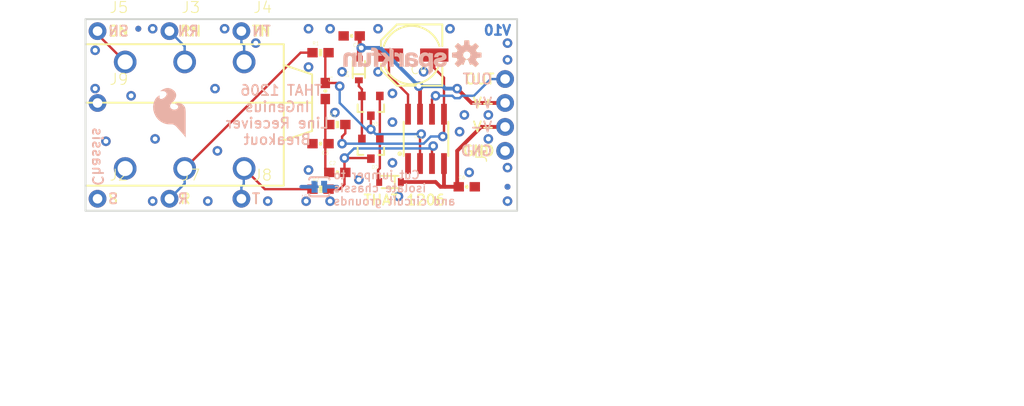
<source format=kicad_pcb>
(kicad_pcb (version 20211014) (generator pcbnew)
  (layers (0 "F.Cu" signal) (31 "B.Cu" signal) (34 "B.Paste" user) (35 "F.Paste" user) (36 "B.SilkS" user "B.Silkscreen") (37 "F.SilkS" user "F.Silkscreen") (38 "B.Mask" user) (39 "F.Mask" user) (44 "Edge.Cuts" user))
  (net 0 "")
  (net 1 "VNEG")
  (net 2 "GND")
  (net 3 "VCC")
  (net 4 "N$1")
  (net 5 "N$2")
  (net 6 "N$3")
  (net 7 "N$4")
  (net 8 "N$5")
  (net 9 "N$6")
  (net 10 "GND-ISO")
  (net 11 "RCV")
  (net 12 "N$7")
  (net 13 "N$12")
  (net 14 "N$15")
  (net 15 "N$8")
  (net 16 "N$9")
  (net 17 "N$10")
  (footprint "boardEagle:1X01_NO_SILK" (layer "F.Cu") (at 134.5311 96.1136)
    (fp_text reference "J3" (at 1.1938 -1.8288) (layer "F.SilkS") (effects (font (size 1.1684 1.1684) (thickness 0.1016)) (justify left bottom)))
    (fp_text value "RN")
    (pad "1" thru_hole circle (at 0 0 90) (size 1.8796 1.8796) (drill 1.016) (layers *.Cu *.Mask) (net 17 "N$10"))
  )
  (footprint "boardEagle:MICRO-FIDUCIAL" (layer "F.Cu") (at 170.3451 112.6236)
    (fp_text reference "FD4" hide)
    (fp_text value "FIDUCIALUFIDUCIAL" hide)
    (pad "1" smd roundrect (at 0 0) (size 0.635 0.635) (layers "F.Cu" "F.Mask") (roundrect_rratio 0.5))
  )
  (footprint "boardEagle:1X01_NO_SILK" (layer "F.Cu") (at 134.5311 113.8936)
    (fp_text reference "J7" (at 1.1938 -1.8288) (layer "F.SilkS") (effects (font (size 1.1684 1.1684) (thickness 0.1016)) (justify left bottom)))
    (fp_text value "R")
    (pad "1" thru_hole circle (at 0 0 90) (size 1.8796 1.8796) (drill 1.016) (layers *.Cu *.Mask) (net 4 "N$1"))
  )
  (footprint "boardEagle:0603-CAP" (layer "F.Cu") (at 150.5331 108.0516 180)
    (fp_text reference "C3" (at -0.889 -0.762 180) (layer "F.SilkS") (effects (font (size 0.373888 0.373888) (thickness 0.032512)) (justify right top)))
    (fp_text value "100pF")
    (pad "1" smd rect (at -0.85 0 180) (size 1.1 1) (layers "F.Cu" "F.Paste" "F.Mask") (net 8 "N$5"))
    (pad "2" smd rect (at 0.85 0 180) (size 1.1 1) (layers "F.Cu" "F.Paste" "F.Mask") (net 10 "GND-ISO"))
  )
  (footprint "boardEagle:1X01_NO_SILK" (layer "F.Cu") (at 126.9111 96.1136)
    (fp_text reference "J5" (at 1.1938 -1.8288) (layer "F.SilkS") (effects (font (size 1.1684 1.1684) (thickness 0.1016)) (justify left bottom)))
    (fp_text value "SN")
    (pad "1" thru_hole circle (at 0 0 90) (size 1.8796 1.8796) (drill 1.016) (layers *.Cu *.Mask) (net 15 "N$8"))
  )
  (footprint "boardEagle:0603-CAP" (layer "F.Cu") (at 152.3111 111.0996)
    (fp_text reference "C2" (at -0.889 -0.762) (layer "F.SilkS") (effects (font (size 0.373888 0.373888) (thickness 0.032512)) (justify left bottom)))
    (fp_text value "470pF")
    (pad "1" smd rect (at -0.85 0) (size 1.1 1) (layers "F.Cu" "F.Paste" "F.Mask") (net 8 "N$5"))
    (pad "2" smd rect (at 0.85 0) (size 1.1 1) (layers "F.Cu" "F.Paste" "F.Mask") (net 7 "N$4"))
  )
  (footprint "boardEagle:0603-RES" (layer "F.Cu") (at 152.3111 106.0196)
    (fp_text reference "R3" (at -0.889 -0.762) (layer "F.SilkS") (effects (font (size 0.373888 0.373888) (thickness 0.032512)) (justify left bottom)))
    (fp_text value "4.7K")
    (pad "1" smd rect (at -0.85 0) (size 1.1 1) (layers "F.Cu" "F.Paste" "F.Mask") (net 8 "N$5"))
    (pad "2" smd rect (at 0.85 0) (size 1.1 1) (layers "F.Cu" "F.Paste" "F.Mask") (net 9 "N$6"))
  )
  (footprint "boardEagle:AUDIO_JACK_0.25__TRS_PTH_RA" (layer "F.Cu") (at 125.6411 103.7336)
    (fp_text reference "J1" (at 7.62 1.778) (layer "F.SilkS") (effects (font (size 0.48768 0.48768) (thickness 0.12192)) (justify left bottom)))
    (fp_text value "INPUT")
    (pad "" np_thru_hole circle (at 7.4 -4) (size 2.2 2.2) (drill 2.2) (layers *.Cu *.Mask))
    (pad "" np_thru_hole circle (at 7.4 6.6) (size 2.2 2.2) (drill 2.2) (layers *.Cu *.Mask))
    (pad "RING" thru_hole circle (at 10.5 6.95) (size 2.4 2.4) (drill 1.6) (layers *.Cu *.Mask) (net 4 "N$1"))
    (pad "RING-NORM" thru_hole circle (at 10.5 -4.35) (size 2.4 2.4) (drill 1.6) (layers *.Cu *.Mask) (net 17 "N$10"))
    (pad "SLEEVE" thru_hole circle (at 4.2 6.95) (size 2.4 2.4) (drill 1.6) (layers *.Cu *.Mask) (net 10 "GND-ISO"))
    (pad "SLEEVE-NORM" thru_hole circle (at 4.2 -4.35) (size 2.4 2.4) (drill 1.6) (layers *.Cu *.Mask) (net 15 "N$8"))
    (pad "TIP" thru_hole circle (at 16.8 6.95) (size 2.4 2.4) (drill 1.6) (layers *.Cu *.Mask) (net 6 "N$3"))
    (pad "TIP-NORM" thru_hole circle (at 16.8 -4.35) (size 2.4 2.4) (drill 1.6) (layers *.Cu *.Mask) (net 16 "N$9"))
  )
  (footprint "boardEagle:0603-RES" (layer "F.Cu") (at 150.5331 98.3996)
    (fp_text reference "R1" (at -0.889 -0.762) (layer "F.SilkS") (effects (font (size 0.373888 0.373888) (thickness 0.032512)) (justify left bottom)))
    (fp_text value "100")
    (pad "1" smd rect (at -0.85 0) (size 1.1 1) (layers "F.Cu" "F.Paste" "F.Mask") (net 4 "N$1"))
    (pad "2" smd rect (at 0.85 0) (size 1.1 1) (layers "F.Cu" "F.Paste" "F.Mask") (net 5 "N$2"))
  )
  (footprint "boardEagle:PANASONIC_D" (layer "F.Cu") (at 160.1851 98.6536 180)
    (fp_text reference "C4" (at -1.75 -1 180) (layer "F.SilkS") (effects (font (size 0.93472 0.93472) (thickness 0.08128)) (justify right top)))
    (fp_text value "220uf")
    (pad "+" smd rect (at 2.4 0 180) (size 3 1.4) (layers "F.Cu" "F.Paste" "F.Mask") (net 12 "N$7"))
    (pad "-" smd rect (at -2.4 0 180) (size 3 1.4) (layers "F.Cu" "F.Paste" "F.Mask") (net 9 "N$6"))
  )
  (footprint "boardEagle:SOD-323" (layer "F.Cu") (at 154.5971 100.1776 90)
    (fp_text reference "D4" (at -0.889 -1.016 90) (layer "F.SilkS") (effects (font (size 0.373888 0.373888) (thickness 0.032512)) (justify left bottom)))
    (fp_text value "12V")
    (pad "A" smd rect (at 1.15 0 90) (size 0.63 0.83) (layers "F.Cu" "F.Paste" "F.Mask") (net 3 "VCC"))
    (pad "C" smd rect (at -1.15 0 90) (size 0.63 0.83) (layers "F.Cu" "F.Paste" "F.Mask") (net 14 "N$15"))
  )
  (footprint "boardEagle:SOD-323" (layer "F.Cu") (at 157.8991 112.1156 180)
    (fp_text reference "D1" (at -0.889 -1.016 180) (layer "F.SilkS") (effects (font (size 0.373888 0.373888) (thickness 0.032512)) (justify right top)))
    (fp_text value "12V")
    (pad "A" smd rect (at 1.15 0 180) (size 0.63 0.83) (layers "F.Cu" "F.Paste" "F.Mask") (net 13 "N$12"))
    (pad "C" smd rect (at -1.15 0 180) (size 0.63 0.83) (layers "F.Cu" "F.Paste" "F.Mask") (net 1 "VNEG"))
  )
  (footprint "boardEagle:0603-RES" (layer "F.Cu") (at 150.5331 112.8776)
    (fp_text reference "R2" (at -0.889 -0.762) (layer "F.SilkS") (effects (font (size 0.373888 0.373888) (thickness 0.032512)) (justify left bottom)))
    (fp_text value "100")
    (pad "1" smd rect (at -0.85 0) (size 1.1 1) (layers "F.Cu" "F.Paste" "F.Mask") (net 6 "N$3"))
    (pad "2" smd rect (at 0.85 0) (size 1.1 1) (layers "F.Cu" "F.Paste" "F.Mask") (net 7 "N$4"))
  )
  (footprint "boardEagle:OSHW-LOGO-S" (layer "F.Cu") (at 166.0271 98.6536)
    (fp_text reference "LOGO4" hide)
    (fp_text value "OSHW-LOGOS" hide)
  )
  (footprint "boardEagle:SOT23-3" (layer "F.Cu") (at 155.8671 108.5436 180)
    (fp_text reference "D2" (at -0.8255 -1.778 180) (layer "F.SilkS") (effects (font (size 0.373888 0.373888) (thickness 0.032512)) (justify right top)))
    (fp_text value "BAV99")
    (pad "1" smd rect (at -0.95 1 180) (size 0.8 0.9) (layers "F.Cu" "F.Paste" "F.Mask") (net 13 "N$12"))
    (pad "2" smd rect (at 0.95 1 180) (size 0.8 0.9) (layers "F.Cu" "F.Paste" "F.Mask") (net 14 "N$15"))
    (pad "3" smd rect (at 0 -1.1 180) (size 0.8 0.9) (layers "F.Cu" "F.Paste" "F.Mask") (net 7 "N$4"))
  )
  (footprint "boardEagle:1X01_NO_SILK" (layer "F.Cu") (at 126.9111 103.7336)
    (fp_text reference "J9" (at 1.1938 -1.8288) (layer "F.SilkS") (effects (font (size 1.1684 1.1684) (thickness 0.1016)) (justify left bottom)))
    (fp_text value "Chassis")
    (pad "1" thru_hole circle (at 0 0 90) (size 1.8796 1.8796) (drill 1.016) (layers *.Cu *.Mask) (net 10 "GND-ISO"))
  )
  (footprint "boardEagle:SO08" (layer "F.Cu") (at 161.7091 107.5436)
    (fp_text reference "IC1" (at -1.27 0) (layer "F.SilkS") (effects (font (size 0.373888 0.373888) (thickness 0.032512)) (justify left bottom)))
    (fp_text value "THAT1206")
    (pad "1" smd rect (at -1.905 2.6162) (size 0.6096 2.2098) (layers "F.Cu" "F.Paste" "F.Mask") (net 2 "GND"))
    (pad "2" smd rect (at -0.635 2.6162) (size 0.6096 2.2098) (layers "F.Cu" "F.Paste" "F.Mask") (net 5 "N$2"))
    (pad "3" smd rect (at 0.635 2.6162) (size 0.6096 2.2098) (layers "F.Cu" "F.Paste" "F.Mask") (net 7 "N$4"))
    (pad "4" smd rect (at 1.905 2.6162) (size 0.6096 2.2098) (layers "F.Cu" "F.Paste" "F.Mask") (net 1 "VNEG"))
    (pad "5" smd rect (at 1.905 -2.6162) (size 0.6096 2.2098) (layers "F.Cu" "F.Paste" "F.Mask") (net 9 "N$6"))
    (pad "6" smd rect (at 0.635 -2.6162) (size 0.6096 2.2098) (layers "F.Cu" "F.Paste" "F.Mask") (net 11 "RCV"))
    (pad "7" smd rect (at -0.635 -2.6162) (size 0.6096 2.2098) (layers "F.Cu" "F.Paste" "F.Mask") (net 3 "VCC"))
    (pad "8" smd rect (at -1.905 -2.6162) (size 0.6096 2.2098) (layers "F.Cu" "F.Paste" "F.Mask") (net 12 "N$7"))
  )
  (footprint "boardEagle:MICRO-FIDUCIAL" (layer "F.Cu") (at 131.2291 95.8596)
    (fp_text reference "FD3" hide)
    (fp_text value "FIDUCIALUFIDUCIAL" hide)
    (pad "1" smd roundrect (at 0 0) (size 0.635 0.635) (layers "F.Cu" "F.Mask") (roundrect_rratio 0.5))
  )
  (footprint "boardEagle:CREATIVE_COMMONS" (layer "F.Cu") (at 142.1511 135.4836)
    (fp_text reference "FRAME1" hide)
    (fp_text value "FRAME-LETTER" hide)
  )
  (footprint "boardEagle:0603-CAP" (layer "F.Cu") (at 153.8351 96.6216 180)
    (fp_text reference "C5" (at -0.889 -0.762 180) (layer "F.SilkS") (effects (font (size 0.373888 0.373888) (thickness 0.032512)) (justify right top)))
    (fp_text value "0.1uF")
    (pad "1" smd rect (at -0.85 0 180) (size 1.1 1) (layers "F.Cu" "F.Paste" "F.Mask") (net 3 "VCC"))
    (pad "2" smd rect (at 0.85 0 180) (size 1.1 1) (layers "F.Cu" "F.Paste" "F.Mask") (net 2 "GND"))
  )
  (footprint "boardEagle:1X01_NO_SILK" (layer "F.Cu") (at 142.1511 113.8936)
    (fp_text reference "J8" (at 1.1938 -1.8288) (layer "F.SilkS") (effects (font (size 1.1684 1.1684) (thickness 0.1016)) (justify left bottom)))
    (fp_text value "T")
    (pad "1" thru_hole circle (at 0 0 90) (size 1.8796 1.8796) (drill 1.016) (layers *.Cu *.Mask) (net 6 "N$3"))
  )
  (footprint "boardEagle:1X01_NO_SILK" (layer "F.Cu") (at 126.9111 113.8936)
    (fp_text reference "J2" (at 1.1938 -1.8288) (layer "F.SilkS") (effects (font (size 1.1684 1.1684) (thickness 0.1016)) (justify left bottom)))
    (fp_text value "S")
    (pad "1" thru_hole circle (at 0 0 90) (size 1.8796 1.8796) (drill 1.016) (layers *.Cu *.Mask) (net 10 "GND-ISO"))
  )
  (footprint "boardEagle:0603-CAP" (layer "F.Cu") (at 166.0271 112.6236)
    (fp_text reference "C6" (at -0.889 -0.762) (layer "F.SilkS") (effects (font (size 0.373888 0.373888) (thickness 0.032512)) (justify left bottom)))
    (fp_text value "0.1uF")
    (pad "1" smd rect (at -0.85 0) (size 1.1 1) (layers "F.Cu" "F.Paste" "F.Mask") (net 1 "VNEG"))
    (pad "2" smd rect (at 0.85 0) (size 1.1 1) (layers "F.Cu" "F.Paste" "F.Mask") (net 2 "GND"))
  )
  (footprint "boardEagle:1X04_NO_SILK_ALL_ROUND" (layer "F.Cu") (at 170.0911 108.8136 90)
    (fp_text reference "J6" (at -1.3462 -1.8288 90) (layer "F.SilkS") (effects (font (size 1.143 1.143) (thickness 0.127)) (justify left bottom)))
    (fp_text value "1x4")
    (pad "1" thru_hole circle (at 0 0 180) (size 1.8796 1.8796) (drill 1.016) (layers *.Cu *.Mask) (net 2 "GND"))
    (pad "2" thru_hole circle (at 2.54 0 180) (size 1.8796 1.8796) (drill 1.016) (layers *.Cu *.Mask) (net 1 "VNEG"))
    (pad "3" thru_hole circle (at 5.08 0 180) (size 1.8796 1.8796) (drill 1.016) (layers *.Cu *.Mask) (net 3 "VCC"))
    (pad "4" thru_hole circle (at 7.62 0 180) (size 1.8796 1.8796) (drill 1.016) (layers *.Cu *.Mask) (net 11 "RCV"))
  )
  (footprint "boardEagle:SOT23-3" (layer "F.Cu") (at 155.8671 103.9876 180)
    (fp_text reference "D3" (at -0.8255 -1.778 180) (layer "F.SilkS") (effects (font (size 0.373888 0.373888) (thickness 0.032512)) (justify right top)))
    (fp_text value "BAV99")
    (pad "1" smd rect (at -0.95 1 180) (size 0.8 0.9) (layers "F.Cu" "F.Paste" "F.Mask") (net 13 "N$12"))
    (pad "2" smd rect (at 0.95 1 180) (size 0.8 0.9) (layers "F.Cu" "F.Paste" "F.Mask") (net 14 "N$15"))
    (pad "3" smd rect (at 0 -1.1 180) (size 0.8 0.9) (layers "F.Cu" "F.Paste" "F.Mask") (net 5 "N$2"))
  )
  (footprint "boardEagle:1X01_NO_SILK" (layer "F.Cu") (at 142.1511 96.1136)
    (fp_text reference "J4" (at 1.1938 -1.8288) (layer "F.SilkS") (effects (font (size 1.1684 1.1684) (thickness 0.1016)) (justify left bottom)))
    (fp_text value "TN")
    (pad "1" thru_hole circle (at 0 0 90) (size 1.8796 1.8796) (drill 1.016) (layers *.Cu *.Mask) (net 16 "N$9"))
  )
  (footprint "boardEagle:0603-CAP" (layer "F.Cu") (at 151.0411 102.4636 -90)
    (fp_text reference "C1" (at -0.889 -0.762 -90) (layer "F.SilkS") (effects (font (size 0.373888 0.373888) (thickness 0.032512)) (justify left bottom)))
    (fp_text value "470pF")
    (pad "1" smd rect (at -0.85 0 270) (size 1.1 1) (layers "F.Cu" "F.Paste" "F.Mask") (net 5 "N$2"))
    (pad "2" smd rect (at 0.85 0 270) (size 1.1 1) (layers "F.Cu" "F.Paste" "F.Mask") (net 8 "N$5"))
  )
  (footprint "boardEagle:SFE_LOGO_NAME_.1" (layer "B.Cu") (at 164.3761 101.1936 180)
    (fp_text reference "LOGO5" hide)
    (fp_text value "SFE_LOGO_NAME.1_INCH" hide)
  )
  (footprint "boardEagle:PAD-JUMPER-2-NC_BY_TRACE_YES_SILK" (layer "B.Cu") (at 150.4061 112.6236)
    (fp_text reference "JP1" (at -0.9525 1.27 180) (layer "B.SilkS") (effects (font (size 0.373888 0.373888) (thickness 0.032512)) (justify left bottom mirror)))
    (fp_text value "GND-JOIN")
    (fp_line (start -0.381 0) (end 0.381 0) (layer "B.Cu") (width 0.254))
    (pad "1" smd rect (at -0.508 0) (size 0.635 1.27) (layers "B.Cu" "B.Mask") (net 10 "GND-ISO"))
    (pad "2" smd rect (at 0.508 0) (size 0.635 1.27) (layers "B.Cu" "B.Mask") (net 2 "GND"))
  )
  (footprint "boardEagle:OSHW-LOGO-S" (layer "B.Cu") (at 166.0271 98.6536 180)
    (fp_text reference "LOGO3" hide)
    (fp_text value "OSHW-LOGOS" hide)
  )
  (footprint "boardEagle:MICRO-FIDUCIAL" (layer "B.Cu") (at 170.3451 112.6236 180)
    (fp_text reference "FD2" hide)
    (fp_text value "FIDUCIALUFIDUCIAL" hide)
    (pad "1" smd roundrect (at 0 0 180) (size 0.635 0.635) (layers "B.Cu" "B.Mask") (roundrect_rratio 0.5))
  )
  (footprint "boardEagle:MICRO-FIDUCIAL" (layer "B.Cu") (at 131.2291 95.8596 180)
    (fp_text reference "FD1" hide)
    (fp_text value "FIDUCIALUFIDUCIAL" hide)
    (pad "1" smd roundrect (at 0 0 180) (size 0.635 0.635) (layers "B.Cu" "B.Mask") (roundrect_rratio 0.5))
  )
  (footprint "boardEagle:SFE_LOGO_FLAME_.2" (layer "B.Cu") (at 136.5631 107.5436 180)
    (fp_text reference "LOGO2" hide)
    (fp_text value "SFE_LOGO_FLAME.2_INCH" hide)
  )
  (gr_line (start 125.6411 94.8436) (end 125.6411 115.1636) (layer "Edge.Cuts") (width 0.2032))
  (gr_line (start 171.3611 94.8436) (end 125.6411 94.8436) (layer "Edge.Cuts") (width 0.2032))
  (gr_line (start 171.3611 115.1636) (end 125.6411 115.1636) (layer "Edge.Cuts") (width 0.2032))
  (gr_line (start 171.3611 94.8436) (end 171.3611 115.1636) (layer "Edge.Cuts") (width 0.2032))
  (gr_text "V10" (at 170.8531 96.6216) (layer "B.Cu") (effects (font (size 1.016 1.016) (thickness 0.254)) (justify left bottom mirror)))
  (gr_text "V+" (at 168.8211 103.7336) (layer "B.SilkS") (effects (font (size 1.0795 1.0795) (thickness 0.1905)) (justify left mirror)))
  (gr_text "S" (at 127.9271 113.8936) (layer "B.SilkS") (effects (font (size 1.0795 1.0795) (thickness 0.1905)) (justify right mirror)))
  (gr_text "R" (at 135.2931 113.8936) (layer "B.SilkS") (effects (font (size 1.0795 1.0795) (thickness 0.1905)) (justify right mirror)))
  (gr_text "Chassis" (at 126.9111 112.6236 -90) (layer "B.SilkS") (effects (font (size 1.0795 1.0795) (thickness 0.1905)) (justify left mirror)))
  (gr_text "SN" (at 127.9271 96.1136) (layer "B.SilkS") (effects (font (size 1.0795 1.0795) (thickness 0.1905)) (justify right mirror)))
  (gr_text "T" (at 143.1671 113.8936) (layer "B.SilkS") (effects (font (size 1.0795 1.0795) (thickness 0.1905)) (justify right mirror)))
  (gr_text "THAT 1206 \nInGenius\nLine Receiver\nBreakout" (at 145.9611 105.0036) (layer "B.SilkS") (effects (font (size 1.0795 1.0795) (thickness 0.1905)) (justify mirror)))
  (gr_text "V-" (at 168.8211 106.2736) (layer "B.SilkS") (effects (font (size 1.0795 1.0795) (thickness 0.1905)) (justify left mirror)))
  (gr_text "GND" (at 168.8211 108.8136) (layer "B.SilkS") (effects (font (size 1.0795 1.0795) (thickness 0.1905)) (justify left mirror)))
  (gr_text "Cut jumper to\nisolate chassis\nand circuit grounds" (at 151.8031 114.6556) (layer "B.SilkS") (effects (font (size 0.8636 0.8636) (thickness 0.1524)) (justify right bottom mirror)))
  (gr_text "OUT" (at 168.8211 101.1936) (layer "B.SilkS") (effects (font (size 1.0795 1.0795) (thickness 0.1905)) (justify left mirror)))
  (gr_text "RN" (at 135.2931 96.1136) (layer "B.SilkS") (effects (font (size 1.0795 1.0795) (thickness 0.1905)) (justify right mirror)))
  (gr_text "TN" (at 143.1671 96.1136) (layer "B.SilkS") (effects (font (size 1.0795 1.0795) (thickness 0.1905)) (justify right mirror)))
  (gr_text "R" (at 135.5471 113.8936) (layer "F.SilkS") (effects (font (size 1.0795 1.0795) (thickness 0.1905)) (justify left)))
  (gr_text "THAT 1206" (at 159.4231 114.6556) (layer "F.SilkS") (effects (font (size 1.0795 1.0795) (thickness 0.1905)) (justify bottom)))
  (gr_text "SN" (at 127.9271 96.1136) (layer "F.SilkS") (effects (font (size 1.0795 1.0795) (thickness 0.1905)) (justify left)))
  (gr_text "TN" (at 143.1671 96.1136) (layer "F.SilkS") (effects (font (size 1.0795 1.0795) (thickness 0.1905)) (justify left)))
  (gr_text "V-" (at 169.0751 106.2736) (layer "F.SilkS") (effects (font (size 1.0795 1.0795) (thickness 0.1905)) (justify right)))
  (gr_text "RN" (at 135.5471 96.1136) (layer "F.SilkS") (effects (font (size 1.0795 1.0795) (thickness 0.1905)) (justify left)))
  (gr_text "GND" (at 169.0751 108.8136) (layer "F.SilkS") (effects (font (size 1.0795 1.0795) (thickness 0.1905)) (justify right)))
  (gr_text "S" (at 127.9271 113.8936) (layer "F.SilkS") (effects (font (size 1.0795 1.0795) (thickness 0.1905)) (justify left)))
  (gr_text "T" (at 143.1671 113.8936) (layer "F.SilkS") (effects (font (size 1.0795 1.0795) (thickness 0.1905)) (justify left)))
  (gr_text "OUT" (at 169.0751 101.1936) (layer "F.SilkS") (effects (font (size 1.0795 1.0795) (thickness 0.1905)) (justify right)))
  (gr_text "V+" (at 169.0751 103.7336) (layer "F.SilkS") (effects (font (size 1.0795 1.0795) (thickness 0.1905)) (justify right)))
  (segment (start 165.0111 112.4576) (end 165.0111 108.8136) (width 0.4064) (layer "F.Cu") (net 1))
  (segment (start 167.5511 106.2736) (end 165.0111 108.8136) (width 0.4064) (layer "F.Cu") (net 1))
  (segment (start 163.2331 112.6236) (end 163.7411 112.6236) (width 0.4064) (layer "F.Cu") (net 1))
  (segment (start 163.6141 110.1598) (end 163.6141 112.4966) (width 0.4064) (layer "F.Cu") (net 1))
  (segment (start 165.1771 112.6236) (end 165.0111 112.4576) (width 0.4064) (layer "F.Cu") (net 1))
  (segment (start 163.6141 112.4966) (end 163.7411 112.6236) (width 0.4064) (layer "F.Cu") (net 1))
  (segment (start 163.7411 112.6236) (end 165.1771 112.6236) (width 0.4064) (layer "F.Cu") (net 1))
  (segment (start 170.0911 106.2736) (end 167.5511 106.2736) (width 0.4064) (layer "F.Cu") (net 1))
  (segment (start 162.7251 112.1156) (end 163.2331 112.6236) (width 0.4064) (layer "F.Cu") (net 1))
  (segment (start 159.0491 112.1156) (end 162.7251 112.1156) (width 0.4064) (layer "F.Cu") (net 1))
  (via (at 158.7881 113.6396) (size 1.016) (drill 0.508) (layers "F.Cu" "B.Cu") (net 2))
  (via (at 158.1531 102.7176) (size 1.016) (drill 0.508) (layers "F.Cu" "B.Cu") (net 2))
  (via (at 166.2811 111.0996) (size 1.016) (drill 0.508) (layers "F.Cu" "B.Cu") (net 2))
  (via (at 170.3451 110.5916) (size 1.016) (drill 0.508) (layers "F.Cu" "B.Cu") (net 2))
  (via (at 168.3131 107.5436) (size 1.016) (drill 0.508) (layers "F.Cu" "B.Cu") (net 2))
  (via (at 161.4551 100.4316) (size 1.016) (drill 0.508) (layers "F.Cu" "B.Cu") (net 2))
  (via (at 164.2491 95.8596) (size 1.016) (drill 0.508) (layers "F.Cu" "B.Cu") (net 2))
  (via (at 156.6291 95.8596) (size 1.016) (drill 0.508) (layers "F.Cu" "B.Cu") (net 2))
  (via (at 165.7731 105.0036) (size 1.016) (drill 0.508) (layers "F.Cu" "B.Cu") (net 2))
  (via (at 170.3451 99.1616) (size 1.016) (drill 0.508) (layers "F.Cu" "B.Cu") (net 2))
  (via (at 158.1531 110.0836) (size 1.016) (drill 0.508) (layers "F.Cu" "B.Cu") (net 2))
  (via (at 154.5971 111.8616) (size 1.016) (drill 0.508) (layers "F.Cu" "B.Cu") (net 2))
  (via (at 151.5491 95.8596) (size 1.016) (drill 0.508) (layers "F.Cu" "B.Cu") (net 2))
  (via (at 158.1531 105.7656) (size 1.016) (drill 0.508) (layers "F.Cu" "B.Cu") (net 2))
  (via (at 165.2651 106.7816) (size 1.016) (drill 0.508) (layers "F.Cu" "B.Cu") (net 2))
  (via (at 168.3131 105.0036) (size 1.016) (drill 0.508) (layers "F.Cu" "B.Cu") (net 2))
  (via (at 152.8191 100.4316) (size 1.016) (drill 0.508) (layers "F.Cu" "B.Cu") (net 2))
  (via (at 170.3451 114.1476) (size 1.016) (drill 0.508) (layers "F.Cu" "B.Cu") (net 2))
  (via (at 151.5491 114.1476) (size 1.016) (drill 0.508) (layers "F.Cu" "B.Cu") (net 2))
  (via (at 170.3451 97.3836) (size 1.016) (drill 0.508) (layers "F.Cu" "B.Cu") (net 2))
  (via (at 152.0571 104.7496) (size 1.016) (drill 0.508) (layers "F.Cu" "B.Cu") (net 2))
  (via (at 156.6291 100.4316) (size 1.016) (drill 0.508) (layers "F.Cu" "B.Cu") (net 2))
  (segment (start 150.9141 112.6236) (end 152.3111 112.6236) (width 0.4064) (layer "B.Cu") (net 2))
  (segment (start 154.5971 99.0276) (end 154.5971 98.1456) (width 0.4064) (layer "F.Cu") (net 3))
  (segment (start 161.0741 104.9274) (end 161.0741 102.0826) (width 0.4064) (layer "F.Cu") (net 3))
  (segment (start 170.0911 103.7336) (end 166.5351 103.7336) (width 0.4064) (layer "F.Cu") (net 3))
  (segment (start 154.6851 97.7256) (end 154.8511 97.8916) (width 0.4064) (layer "F.Cu") (net 3))
  (segment (start 154.6851 96.6216) (end 154.6851 97.7256) (width 0.4064) (layer "F.Cu") (net 3))
  (segment (start 161.0741 102.0826) (end 160.9471 101.9556) (width 0.4064) (layer "F.Cu") (net 3))
  (segment (start 154.5971 98.1456) (end 154.8511 97.8916) (width 0.4064) (layer "F.Cu") (net 3))
  (segment (start 166.5351 103.7336) (end 165.0111 102.2096) (width 0.4064) (layer "F.Cu") (net 3))
  (via (at 160.9471 101.9556) (size 1.016) (drill 0.508) (layers "F.Cu" "B.Cu") (net 3))
  (via (at 154.8511 97.8916) (size 1.016) (drill 0.508) (layers "F.Cu" "B.Cu") (net 3))
  (via (at 165.0111 102.2096) (size 1.016) (drill 0.508) (layers "F.Cu" "B.Cu") (net 3))
  (segment (start 165.0111 102.2096) (end 163.7411 102.2096) (width 0.4064) (layer "B.Cu") (net 3))
  (segment (start 163.4871 101.9556) (end 160.9471 101.9556) (width 0.4064) (layer "B.Cu") (net 3))
  (segment (start 160.9471 101.9556) (end 156.8831 97.8916) (width 0.4064) (layer "B.Cu") (net 3))
  (segment (start 156.8831 97.8916) (end 154.8511 97.8916) (width 0.4064) (layer "B.Cu") (net 3))
  (segment (start 163.7411 102.2096) (end 163.4871 101.9556) (width 0.4064) (layer "B.Cu") (net 3))
  (segment (start 136.1411 110.6836) (end 148.4251 98.3996) (width 0.254) (layer "F.Cu") (net 4))
  (segment (start 148.4251 98.3996) (end 149.6831 98.3996) (width 0.254) (layer "F.Cu") (net 4))
  (segment (start 136.1411 110.6836) (end 136.1411 112.2836) (width 0.254) (layer "B.Cu") (net 4))
  (segment (start 136.1411 112.2836) (end 134.5311 113.8936) (width 0.254) (layer "B.Cu") (net 4))
  (segment (start 161.0741 107.1626) (end 161.2011 107.0356) (width 0.254) (layer "F.Cu") (net 5))
  (segment (start 151.0411 101.6136) (end 152.2231 101.6136) (width 0.254) (layer "F.Cu") (net 5))
  (segment (start 151.0411 98.0576) (end 151.3831 98.3996) (width 0.254) (layer "F.Cu") (net 5))
  (segment (start 161.0741 110.1598) (end 161.0741 107.1626) (width 0.254) (layer "F.Cu") (net 5))
  (segment (start 155.8671 105.0876) (end 155.8671 106.5276) (width 0.254) (layer "F.Cu") (net 5))
  (segment (start 151.0411 101.6136) (end 151.0411 98.0576) (width 0.254) (layer "F.Cu") (net 5))
  (segment (start 152.2231 101.6136) (end 152.5651 101.9556) (width 0.254) (layer "F.Cu") (net 5))
  (via (at 155.8671 106.5276) (size 1.016) (drill 0.508) (layers "F.Cu" "B.Cu") (net 5))
  (via (at 152.5651 101.9556) (size 1.016) (drill 0.508) (layers "F.Cu" "B.Cu") (net 5))
  (via (at 161.2011 107.0356) (size 1.016) (drill 0.508) (layers "F.Cu" "B.Cu") (net 5))
  (segment (start 152.5651 103.7336) (end 152.5651 101.9556) (width 0.254) (layer "B.Cu") (net 5))
  (segment (start 155.8671 106.5276) (end 155.3591 106.5276) (width 0.254) (layer "B.Cu") (net 5))
  (segment (start 155.3591 106.5276) (end 152.5651 103.7336) (width 0.254) (layer "B.Cu") (net 5))
  (segment (start 156.3751 107.0356) (end 161.2011 107.0356) (width 0.254) (layer "B.Cu") (net 5))
  (segment (start 155.8671 106.5276) (end 156.3751 107.0356) (width 0.254) (layer "B.Cu") (net 5))
  (segment (start 149.6831 112.8776) (end 144.6351 112.8776) (width 0.254) (layer "F.Cu") (net 6))
  (segment (start 144.6351 112.8776) (end 142.4411 110.6836) (width 0.254) (layer "F.Cu") (net 6))
  (segment (start 142.1511 112.6236) (end 142.4051 112.3696) (width 0.254) (layer "B.Cu") (net 6))
  (segment (start 142.4051 110.7196) (end 142.4411 110.6836) (width 0.254) (layer "B.Cu") (net 6))
  (segment (start 142.1511 113.8936) (end 142.1511 112.6236) (width 0.254) (layer "B.Cu") (net 6))
  (segment (start 142.4051 112.3696) (end 142.4051 110.7196) (width 0.254) (layer "B.Cu") (net 6))
  (segment (start 162.3441 108.4326) (end 162.4711 108.3056) (width 0.254) (layer "F.Cu") (net 7))
  (segment (start 153.0731 111.0116) (end 153.0731 109.5756) (width 0.254) (layer "F.Cu") (net 7))
  (segment (start 162.3441 110.1598) (end 162.3441 108.4326) (width 0.254) (layer "F.Cu") (net 7))
  (segment (start 153.0731 111.1876) (end 153.0731 112.3696) (width 0.254) (layer "F.Cu") (net 7))
  (segment (start 153.1611 111.0996) (end 153.0731 111.0116) (width 0.254) (layer "F.Cu") (net 7))
  (segment (start 153.1611 111.0996) (end 153.0731 111.1876) (width 0.254) (layer "F.Cu") (net 7))
  (segment (start 152.5651 112.8776) (end 153.0731 112.3696) (width 0.254) (layer "F.Cu") (net 7))
  (segment (start 155.7991 109.5756) (end 153.0731 109.5756) (width 0.254) (layer "F.Cu") (net 7))
  (segment (start 151.3831 112.8776) (end 152.5651 112.8776) (width 0.254) (layer "F.Cu") (net 7))
  (segment (start 155.8671 109.6436) (end 155.7991 109.5756) (width 0.254) (layer "F.Cu") (net 7))
  (via (at 162.4711 108.3056) (size 1.016) (drill 0.508) (layers "F.Cu" "B.Cu") (net 7))
  (via (at 153.0731 109.5756) (size 1.016) (drill 0.508) (layers "F.Cu" "B.Cu") (net 7))
  (segment (start 162.2171 108.5596) (end 154.0891 108.5596) (width 0.254) (layer "B.Cu") (net 7))
  (segment (start 154.0891 108.5596) (end 153.0731 109.5756) (width 0.254) (layer "B.Cu") (net 7))
  (segment (start 162.4711 108.3056) (end 162.2171 108.5596) (width 0.254) (layer "B.Cu") (net 7))
  (segment (start 151.0411 108.3056) (end 151.0411 110.6796) (width 0.254) (layer "F.Cu") (net 8))
  (segment (start 151.4611 106.0196) (end 151.0411 106.0196) (width 0.254) (layer "F.Cu") (net 8))
  (segment (start 151.0411 110.6796) (end 151.4611 111.0996) (width 0.254) (layer "F.Cu") (net 8))
  (segment (start 151.0411 108.0516) (end 151.0411 106.0196) (width 0.254) (layer "F.Cu") (net 8))
  (segment (start 151.3831 108.0516) (end 151.2951 108.0516) (width 0.254) (layer "F.Cu") (net 8))
  (segment (start 151.3831 108.0516) (end 151.0411 108.0516) (width 0.254) (layer "F.Cu") (net 8))
  (segment (start 151.0411 106.0196) (end 151.0411 103.3136) (width 0.254) (layer "F.Cu") (net 8))
  (segment (start 151.2951 108.0516) (end 151.0411 108.3056) (width 0.254) (layer "F.Cu") (net 8))
  (segment (start 153.1611 106.0196) (end 153.1611 106.9476) (width 0.254) (layer "F.Cu") (net 9))
  (segment (start 162.5851 98.6536) (end 162.5851 100.0376) (width 0.254) (layer "F.Cu") (net 9))
  (segment (start 163.6141 107.1626) (end 163.4871 107.2896) (width 0.254) (layer "F.Cu") (net 9))
  (segment (start 152.8191 107.2896) (end 152.8191 108.0516) (width 0.254) (layer "F.Cu") (net 9))
  (segment (start 163.6141 104.9274) (end 163.6141 107.1626) (width 0.254) (layer "F.Cu") (net 9))
  (segment (start 163.6141 104.9274) (end 163.6141 101.0666) (width 0.254) (layer "F.Cu") (net 9))
  (segment (start 153.1611 106.9476) (end 152.8191 107.2896) (width 0.254) (layer "F.Cu") (net 9))
  (segment (start 163.6141 101.0666) (end 162.5851 100.0376) (width 0.254) (layer "F.Cu") (net 9))
  (via (at 152.8191 108.0516) (size 1.016) (drill 0.508) (layers "F.Cu" "B.Cu") (net 9))
  (via (at 163.4871 107.2896) (size 1.016) (drill 0.508) (layers "F.Cu" "B.Cu") (net 9))
  (segment (start 152.8191 108.0516) (end 161.4551 108.0516) (width 0.254) (layer "B.Cu") (net 9))
  (segment (start 161.4551 108.0516) (end 162.2171 107.2896) (width 0.254) (layer "B.Cu") (net 9))
  (segment (start 162.2171 107.2896) (end 163.4871 107.2896) (width 0.254) (layer "B.Cu") (net 9))
  (via (at 132.7531 114.1476) (size 1.016) (drill 0.508) (layers "F.Cu" "B.Cu") (net 10))
  (via (at 143.6751 97.3836) (size 1.016) (drill 0.508) (layers "F.Cu" "B.Cu") (net 10))
  (via (at 139.6111 108.8136) (size 1.016) (drill 0.508) (layers "F.Cu" "B.Cu") (net 10))
  (via (at 144.9451 114.1476) (size 1.016) (drill 0.508) (layers "F.Cu" "B.Cu") (net 10))
  (via (at 126.6571 98.1456) (size 1.016) (drill 0.508) (layers "F.Cu" "B.Cu") (net 10))
  (via (at 126.6571 102.2096) (size 1.016) (drill 0.508) (layers "F.Cu" "B.Cu") (net 10))
  (via (at 149.2631 110.8456) (size 1.016) (drill 0.508) (layers "F.Cu" "B.Cu") (net 10))
  (via (at 149.2631 95.8596) (size 1.016) (drill 0.508) (layers "F.Cu" "B.Cu") (net 10))
  (via (at 138.5951 114.1476) (size 1.016) (drill 0.508) (layers "F.Cu" "B.Cu") (net 10))
  (via (at 130.4671 102.9716) (size 1.016) (drill 0.508) (layers "F.Cu" "B.Cu") (net 10))
  (via (at 127.8001 107.7976) (size 1.016) (drill 0.508) (layers "F.Cu" "B.Cu") (net 10))
  (via (at 149.2631 99.9236) (size 1.016) (drill 0.508) (layers "F.Cu" "B.Cu") (net 10))
  (via (at 140.3731 95.8596) (size 1.016) (drill 0.508) (layers "F.Cu" "B.Cu") (net 10))
  (via (at 139.3571 102.2096) (size 1.016) (drill 0.508) (layers "F.Cu" "B.Cu") (net 10))
  (via (at 132.7531 95.8596) (size 1.016) (drill 0.508) (layers "F.Cu" "B.Cu") (net 10))
  (via (at 149.0091 114.1476) (size 1.016) (drill 0.508) (layers "F.Cu" "B.Cu") (net 10))
  (via (at 133.0071 107.5436) (size 1.016) (drill 0.508) (layers "F.Cu" "B.Cu") (net 10))
  (segment (start 149.8981 112.6236) (end 148.5011 112.6236) (width 0.4064) (layer "B.Cu") (net 10))
  (segment (start 162.3441 103.3526) (end 162.7251 102.9716) (width 0.254) (layer "F.Cu") (net 11))
  (segment (start 162.3441 104.9274) (end 162.3441 103.3526) (width 0.254) (layer "F.Cu") (net 11))
  (via (at 162.7251 102.9716) (size 1.016) (drill 0.508) (layers "F.Cu" "B.Cu") (net 11))
  (segment (start 165.5191 102.9716) (end 166.7891 102.9716) (width 0.254) (layer "B.Cu") (net 11))
  (segment (start 164.5031 102.9716) (end 164.7571 103.2256) (width 0.254) (layer "B.Cu") (net 11))
  (segment (start 166.7891 102.9716) (end 168.5671 101.1936) (width 0.254) (layer "B.Cu") (net 11))
  (segment (start 162.7251 102.9716) (end 164.5031 102.9716) (width 0.254) (layer "B.Cu") (net 11))
  (segment (start 164.7571 103.2256) (end 165.2651 103.2256) (width 0.254) (layer "B.Cu") (net 11))
  (segment (start 165.2651 103.2256) (end 165.5191 102.9716) (width 0.254) (layer "B.Cu") (net 11))
  (segment (start 168.5671 101.1936) (end 170.0911 101.1936) (width 0.254) (layer "B.Cu") (net 11))
  (segment (start 159.8041 102.8446) (end 157.7851 100.8256) (width 0.254) (layer "F.Cu") (net 12))
  (segment (start 159.8041 104.9274) (end 159.8041 102.8446) (width 0.254) (layer "F.Cu") (net 12))
  (segment (start 157.7851 98.6536) (end 157.7851 100.8256) (width 0.254) (layer "F.Cu") (net 12))
  (segment (start 156.8171 107.5436) (end 156.8171 110.6576) (width 0.254) (layer "F.Cu") (net 13))
  (segment (start 156.8171 107.5436) (end 156.8171 102.9876) (width 0.254) (layer "F.Cu") (net 13))
  (segment (start 156.8171 110.6576) (end 156.6291 110.8456) (width 0.254) (layer "F.Cu") (net 13))
  (segment (start 156.6291 111.9956) (end 156.6291 110.8456) (width 0.254) (layer "F.Cu") (net 13))
  (segment (start 156.7491 112.1156) (end 156.6291 111.9956) (width 0.254) (layer "F.Cu") (net 13))
  (segment (start 154.9171 102.2756) (end 154.5971 101.9556) (width 0.254) (layer "F.Cu") (net 14))
  (segment (start 154.5971 101.9556) (end 154.5971 101.3276) (width 0.254) (layer "F.Cu") (net 14))
  (segment (start 154.9171 102.9876) (end 154.9171 107.5436) (width 0.254) (layer "F.Cu") (net 14))
  (segment (start 154.9171 102.9876) (end 154.9171 102.2756) (width 0.254) (layer "F.Cu") (net 14))
  (segment (start 126.9111 96.4536) (end 126.9111 96.1136) (width 0.254) (layer "F.Cu") (net 15))
  (segment (start 129.8411 99.3836) (end 126.9111 96.4536) (width 0.254) (layer "F.Cu") (net 15))
  (segment (start 142.4411 97.6736) (end 142.1511 97.3836) (width 0.254) (layer "B.Cu") (net 16))
  (segment (start 142.4411 99.3836) (end 142.4411 97.6736) (width 0.254) (layer "B.Cu") (net 16))
  (segment (start 142.1511 97.3836) (end 142.1511 96.1136) (width 0.254) (layer "B.Cu") (net 16))
  (segment (start 136.1411 99.3836) (end 136.1411 97.7236) (width 0.254) (layer "B.Cu") (net 17))
  (segment (start 136.1411 97.7236) (end 134.5311 96.1136) (width 0.254) (layer "B.Cu") (net 17))
)
</source>
